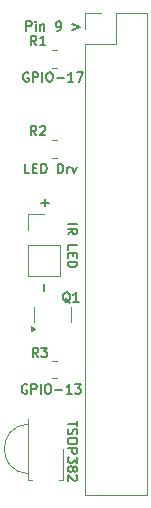
<source format=gbr>
%TF.GenerationSoftware,KiCad,Pcbnew,9.0.4*%
%TF.CreationDate,2025-10-17T20:59:14-05:00*%
%TF.ProjectId,raspi-ir,72617370-692d-4697-922e-6b696361645f,rev?*%
%TF.SameCoordinates,Original*%
%TF.FileFunction,Legend,Top*%
%TF.FilePolarity,Positive*%
%FSLAX46Y46*%
G04 Gerber Fmt 4.6, Leading zero omitted, Abs format (unit mm)*
G04 Created by KiCad (PCBNEW 9.0.4) date 2025-10-17 20:59:14*
%MOMM*%
%LPD*%
G01*
G04 APERTURE LIST*
%ADD10C,0.150000*%
%ADD11C,0.120000*%
G04 APERTURE END LIST*
D10*
X145304704Y-105965874D02*
X145304704Y-106423017D01*
X144504704Y-106194445D02*
X145304704Y-106194445D01*
X144542800Y-106651588D02*
X144504704Y-106765874D01*
X144504704Y-106765874D02*
X144504704Y-106956350D01*
X144504704Y-106956350D02*
X144542800Y-107032541D01*
X144542800Y-107032541D02*
X144580895Y-107070636D01*
X144580895Y-107070636D02*
X144657085Y-107108731D01*
X144657085Y-107108731D02*
X144733276Y-107108731D01*
X144733276Y-107108731D02*
X144809466Y-107070636D01*
X144809466Y-107070636D02*
X144847561Y-107032541D01*
X144847561Y-107032541D02*
X144885657Y-106956350D01*
X144885657Y-106956350D02*
X144923752Y-106803969D01*
X144923752Y-106803969D02*
X144961847Y-106727779D01*
X144961847Y-106727779D02*
X144999942Y-106689684D01*
X144999942Y-106689684D02*
X145076133Y-106651588D01*
X145076133Y-106651588D02*
X145152323Y-106651588D01*
X145152323Y-106651588D02*
X145228514Y-106689684D01*
X145228514Y-106689684D02*
X145266609Y-106727779D01*
X145266609Y-106727779D02*
X145304704Y-106803969D01*
X145304704Y-106803969D02*
X145304704Y-106994446D01*
X145304704Y-106994446D02*
X145266609Y-107108731D01*
X145304704Y-107603970D02*
X145304704Y-107756351D01*
X145304704Y-107756351D02*
X145266609Y-107832541D01*
X145266609Y-107832541D02*
X145190419Y-107908732D01*
X145190419Y-107908732D02*
X145038038Y-107946827D01*
X145038038Y-107946827D02*
X144771371Y-107946827D01*
X144771371Y-107946827D02*
X144618990Y-107908732D01*
X144618990Y-107908732D02*
X144542800Y-107832541D01*
X144542800Y-107832541D02*
X144504704Y-107756351D01*
X144504704Y-107756351D02*
X144504704Y-107603970D01*
X144504704Y-107603970D02*
X144542800Y-107527779D01*
X144542800Y-107527779D02*
X144618990Y-107451589D01*
X144618990Y-107451589D02*
X144771371Y-107413493D01*
X144771371Y-107413493D02*
X145038038Y-107413493D01*
X145038038Y-107413493D02*
X145190419Y-107451589D01*
X145190419Y-107451589D02*
X145266609Y-107527779D01*
X145266609Y-107527779D02*
X145304704Y-107603970D01*
X144504704Y-108289684D02*
X145304704Y-108289684D01*
X145304704Y-108289684D02*
X145304704Y-108594446D01*
X145304704Y-108594446D02*
X145266609Y-108670636D01*
X145266609Y-108670636D02*
X145228514Y-108708731D01*
X145228514Y-108708731D02*
X145152323Y-108746827D01*
X145152323Y-108746827D02*
X145038038Y-108746827D01*
X145038038Y-108746827D02*
X144961847Y-108708731D01*
X144961847Y-108708731D02*
X144923752Y-108670636D01*
X144923752Y-108670636D02*
X144885657Y-108594446D01*
X144885657Y-108594446D02*
X144885657Y-108289684D01*
X145304704Y-109013493D02*
X145304704Y-109508731D01*
X145304704Y-109508731D02*
X144999942Y-109242065D01*
X144999942Y-109242065D02*
X144999942Y-109356350D01*
X144999942Y-109356350D02*
X144961847Y-109432541D01*
X144961847Y-109432541D02*
X144923752Y-109470636D01*
X144923752Y-109470636D02*
X144847561Y-109508731D01*
X144847561Y-109508731D02*
X144657085Y-109508731D01*
X144657085Y-109508731D02*
X144580895Y-109470636D01*
X144580895Y-109470636D02*
X144542800Y-109432541D01*
X144542800Y-109432541D02*
X144504704Y-109356350D01*
X144504704Y-109356350D02*
X144504704Y-109127779D01*
X144504704Y-109127779D02*
X144542800Y-109051588D01*
X144542800Y-109051588D02*
X144580895Y-109013493D01*
X144961847Y-109965874D02*
X144999942Y-109889684D01*
X144999942Y-109889684D02*
X145038038Y-109851589D01*
X145038038Y-109851589D02*
X145114228Y-109813493D01*
X145114228Y-109813493D02*
X145152323Y-109813493D01*
X145152323Y-109813493D02*
X145228514Y-109851589D01*
X145228514Y-109851589D02*
X145266609Y-109889684D01*
X145266609Y-109889684D02*
X145304704Y-109965874D01*
X145304704Y-109965874D02*
X145304704Y-110118255D01*
X145304704Y-110118255D02*
X145266609Y-110194446D01*
X145266609Y-110194446D02*
X145228514Y-110232541D01*
X145228514Y-110232541D02*
X145152323Y-110270636D01*
X145152323Y-110270636D02*
X145114228Y-110270636D01*
X145114228Y-110270636D02*
X145038038Y-110232541D01*
X145038038Y-110232541D02*
X144999942Y-110194446D01*
X144999942Y-110194446D02*
X144961847Y-110118255D01*
X144961847Y-110118255D02*
X144961847Y-109965874D01*
X144961847Y-109965874D02*
X144923752Y-109889684D01*
X144923752Y-109889684D02*
X144885657Y-109851589D01*
X144885657Y-109851589D02*
X144809466Y-109813493D01*
X144809466Y-109813493D02*
X144657085Y-109813493D01*
X144657085Y-109813493D02*
X144580895Y-109851589D01*
X144580895Y-109851589D02*
X144542800Y-109889684D01*
X144542800Y-109889684D02*
X144504704Y-109965874D01*
X144504704Y-109965874D02*
X144504704Y-110118255D01*
X144504704Y-110118255D02*
X144542800Y-110194446D01*
X144542800Y-110194446D02*
X144580895Y-110232541D01*
X144580895Y-110232541D02*
X144657085Y-110270636D01*
X144657085Y-110270636D02*
X144809466Y-110270636D01*
X144809466Y-110270636D02*
X144885657Y-110232541D01*
X144885657Y-110232541D02*
X144923752Y-110194446D01*
X144923752Y-110194446D02*
X144961847Y-110118255D01*
X145228514Y-110575398D02*
X145266609Y-110613494D01*
X145266609Y-110613494D02*
X145304704Y-110689684D01*
X145304704Y-110689684D02*
X145304704Y-110880160D01*
X145304704Y-110880160D02*
X145266609Y-110956351D01*
X145266609Y-110956351D02*
X145228514Y-110994446D01*
X145228514Y-110994446D02*
X145152323Y-111032541D01*
X145152323Y-111032541D02*
X145076133Y-111032541D01*
X145076133Y-111032541D02*
X144961847Y-110994446D01*
X144961847Y-110994446D02*
X144504704Y-110537303D01*
X144504704Y-110537303D02*
X144504704Y-111032541D01*
X141043207Y-102891390D02*
X140967017Y-102853295D01*
X140967017Y-102853295D02*
X140852731Y-102853295D01*
X140852731Y-102853295D02*
X140738445Y-102891390D01*
X140738445Y-102891390D02*
X140662255Y-102967580D01*
X140662255Y-102967580D02*
X140624160Y-103043771D01*
X140624160Y-103043771D02*
X140586064Y-103196152D01*
X140586064Y-103196152D02*
X140586064Y-103310438D01*
X140586064Y-103310438D02*
X140624160Y-103462819D01*
X140624160Y-103462819D02*
X140662255Y-103539009D01*
X140662255Y-103539009D02*
X140738445Y-103615200D01*
X140738445Y-103615200D02*
X140852731Y-103653295D01*
X140852731Y-103653295D02*
X140928922Y-103653295D01*
X140928922Y-103653295D02*
X141043207Y-103615200D01*
X141043207Y-103615200D02*
X141081303Y-103577104D01*
X141081303Y-103577104D02*
X141081303Y-103310438D01*
X141081303Y-103310438D02*
X140928922Y-103310438D01*
X141424160Y-103653295D02*
X141424160Y-102853295D01*
X141424160Y-102853295D02*
X141728922Y-102853295D01*
X141728922Y-102853295D02*
X141805112Y-102891390D01*
X141805112Y-102891390D02*
X141843207Y-102929485D01*
X141843207Y-102929485D02*
X141881303Y-103005676D01*
X141881303Y-103005676D02*
X141881303Y-103119961D01*
X141881303Y-103119961D02*
X141843207Y-103196152D01*
X141843207Y-103196152D02*
X141805112Y-103234247D01*
X141805112Y-103234247D02*
X141728922Y-103272342D01*
X141728922Y-103272342D02*
X141424160Y-103272342D01*
X142224160Y-103653295D02*
X142224160Y-102853295D01*
X142757493Y-102853295D02*
X142909874Y-102853295D01*
X142909874Y-102853295D02*
X142986064Y-102891390D01*
X142986064Y-102891390D02*
X143062255Y-102967580D01*
X143062255Y-102967580D02*
X143100350Y-103119961D01*
X143100350Y-103119961D02*
X143100350Y-103386628D01*
X143100350Y-103386628D02*
X143062255Y-103539009D01*
X143062255Y-103539009D02*
X142986064Y-103615200D01*
X142986064Y-103615200D02*
X142909874Y-103653295D01*
X142909874Y-103653295D02*
X142757493Y-103653295D01*
X142757493Y-103653295D02*
X142681302Y-103615200D01*
X142681302Y-103615200D02*
X142605112Y-103539009D01*
X142605112Y-103539009D02*
X142567016Y-103386628D01*
X142567016Y-103386628D02*
X142567016Y-103119961D01*
X142567016Y-103119961D02*
X142605112Y-102967580D01*
X142605112Y-102967580D02*
X142681302Y-102891390D01*
X142681302Y-102891390D02*
X142757493Y-102853295D01*
X143443207Y-103348533D02*
X144052731Y-103348533D01*
X144852730Y-103653295D02*
X144395587Y-103653295D01*
X144624159Y-103653295D02*
X144624159Y-102853295D01*
X144624159Y-102853295D02*
X144547968Y-102967580D01*
X144547968Y-102967580D02*
X144471778Y-103043771D01*
X144471778Y-103043771D02*
X144395587Y-103081866D01*
X145119397Y-102853295D02*
X145614635Y-102853295D01*
X145614635Y-102853295D02*
X145347969Y-103158057D01*
X145347969Y-103158057D02*
X145462254Y-103158057D01*
X145462254Y-103158057D02*
X145538445Y-103196152D01*
X145538445Y-103196152D02*
X145576540Y-103234247D01*
X145576540Y-103234247D02*
X145614635Y-103310438D01*
X145614635Y-103310438D02*
X145614635Y-103500914D01*
X145614635Y-103500914D02*
X145576540Y-103577104D01*
X145576540Y-103577104D02*
X145538445Y-103615200D01*
X145538445Y-103615200D02*
X145462254Y-103653295D01*
X145462254Y-103653295D02*
X145233683Y-103653295D01*
X145233683Y-103653295D02*
X145157492Y-103615200D01*
X145157492Y-103615200D02*
X145119397Y-103577104D01*
X142464533Y-94960839D02*
X142464533Y-94351316D01*
X142275160Y-87473533D02*
X142884684Y-87473533D01*
X142579922Y-87778295D02*
X142579922Y-87168771D01*
X144504704Y-89316160D02*
X145304704Y-89316160D01*
X144504704Y-90154255D02*
X144885657Y-89887588D01*
X144504704Y-89697112D02*
X145304704Y-89697112D01*
X145304704Y-89697112D02*
X145304704Y-90001874D01*
X145304704Y-90001874D02*
X145266609Y-90078064D01*
X145266609Y-90078064D02*
X145228514Y-90116159D01*
X145228514Y-90116159D02*
X145152323Y-90154255D01*
X145152323Y-90154255D02*
X145038038Y-90154255D01*
X145038038Y-90154255D02*
X144961847Y-90116159D01*
X144961847Y-90116159D02*
X144923752Y-90078064D01*
X144923752Y-90078064D02*
X144885657Y-90001874D01*
X144885657Y-90001874D02*
X144885657Y-89697112D01*
X144504704Y-91487588D02*
X144504704Y-91106636D01*
X144504704Y-91106636D02*
X145304704Y-91106636D01*
X144923752Y-91754255D02*
X144923752Y-92020921D01*
X144504704Y-92135207D02*
X144504704Y-91754255D01*
X144504704Y-91754255D02*
X145304704Y-91754255D01*
X145304704Y-91754255D02*
X145304704Y-92135207D01*
X144504704Y-92478065D02*
X145304704Y-92478065D01*
X145304704Y-92478065D02*
X145304704Y-92668541D01*
X145304704Y-92668541D02*
X145266609Y-92782827D01*
X145266609Y-92782827D02*
X145190419Y-92859017D01*
X145190419Y-92859017D02*
X145114228Y-92897112D01*
X145114228Y-92897112D02*
X144961847Y-92935208D01*
X144961847Y-92935208D02*
X144847561Y-92935208D01*
X144847561Y-92935208D02*
X144695180Y-92897112D01*
X144695180Y-92897112D02*
X144618990Y-92859017D01*
X144618990Y-92859017D02*
X144542800Y-92782827D01*
X144542800Y-92782827D02*
X144504704Y-92668541D01*
X144504704Y-92668541D02*
X144504704Y-92478065D01*
X141259112Y-84984295D02*
X140878160Y-84984295D01*
X140878160Y-84984295D02*
X140878160Y-84184295D01*
X141525779Y-84565247D02*
X141792445Y-84565247D01*
X141906731Y-84984295D02*
X141525779Y-84984295D01*
X141525779Y-84984295D02*
X141525779Y-84184295D01*
X141525779Y-84184295D02*
X141906731Y-84184295D01*
X142249589Y-84984295D02*
X142249589Y-84184295D01*
X142249589Y-84184295D02*
X142440065Y-84184295D01*
X142440065Y-84184295D02*
X142554351Y-84222390D01*
X142554351Y-84222390D02*
X142630541Y-84298580D01*
X142630541Y-84298580D02*
X142668636Y-84374771D01*
X142668636Y-84374771D02*
X142706732Y-84527152D01*
X142706732Y-84527152D02*
X142706732Y-84641438D01*
X142706732Y-84641438D02*
X142668636Y-84793819D01*
X142668636Y-84793819D02*
X142630541Y-84870009D01*
X142630541Y-84870009D02*
X142554351Y-84946200D01*
X142554351Y-84946200D02*
X142440065Y-84984295D01*
X142440065Y-84984295D02*
X142249589Y-84984295D01*
X143659113Y-84984295D02*
X143659113Y-84184295D01*
X143659113Y-84184295D02*
X143849589Y-84184295D01*
X143849589Y-84184295D02*
X143963875Y-84222390D01*
X143963875Y-84222390D02*
X144040065Y-84298580D01*
X144040065Y-84298580D02*
X144078160Y-84374771D01*
X144078160Y-84374771D02*
X144116256Y-84527152D01*
X144116256Y-84527152D02*
X144116256Y-84641438D01*
X144116256Y-84641438D02*
X144078160Y-84793819D01*
X144078160Y-84793819D02*
X144040065Y-84870009D01*
X144040065Y-84870009D02*
X143963875Y-84946200D01*
X143963875Y-84946200D02*
X143849589Y-84984295D01*
X143849589Y-84984295D02*
X143659113Y-84984295D01*
X144459113Y-84984295D02*
X144459113Y-84450961D01*
X144459113Y-84603342D02*
X144497208Y-84527152D01*
X144497208Y-84527152D02*
X144535303Y-84489057D01*
X144535303Y-84489057D02*
X144611494Y-84450961D01*
X144611494Y-84450961D02*
X144687684Y-84450961D01*
X144878160Y-84450961D02*
X145068636Y-84984295D01*
X145068636Y-84984295D02*
X145259113Y-84450961D01*
X141170207Y-76475390D02*
X141094017Y-76437295D01*
X141094017Y-76437295D02*
X140979731Y-76437295D01*
X140979731Y-76437295D02*
X140865445Y-76475390D01*
X140865445Y-76475390D02*
X140789255Y-76551580D01*
X140789255Y-76551580D02*
X140751160Y-76627771D01*
X140751160Y-76627771D02*
X140713064Y-76780152D01*
X140713064Y-76780152D02*
X140713064Y-76894438D01*
X140713064Y-76894438D02*
X140751160Y-77046819D01*
X140751160Y-77046819D02*
X140789255Y-77123009D01*
X140789255Y-77123009D02*
X140865445Y-77199200D01*
X140865445Y-77199200D02*
X140979731Y-77237295D01*
X140979731Y-77237295D02*
X141055922Y-77237295D01*
X141055922Y-77237295D02*
X141170207Y-77199200D01*
X141170207Y-77199200D02*
X141208303Y-77161104D01*
X141208303Y-77161104D02*
X141208303Y-76894438D01*
X141208303Y-76894438D02*
X141055922Y-76894438D01*
X141551160Y-77237295D02*
X141551160Y-76437295D01*
X141551160Y-76437295D02*
X141855922Y-76437295D01*
X141855922Y-76437295D02*
X141932112Y-76475390D01*
X141932112Y-76475390D02*
X141970207Y-76513485D01*
X141970207Y-76513485D02*
X142008303Y-76589676D01*
X142008303Y-76589676D02*
X142008303Y-76703961D01*
X142008303Y-76703961D02*
X141970207Y-76780152D01*
X141970207Y-76780152D02*
X141932112Y-76818247D01*
X141932112Y-76818247D02*
X141855922Y-76856342D01*
X141855922Y-76856342D02*
X141551160Y-76856342D01*
X142351160Y-77237295D02*
X142351160Y-76437295D01*
X142884493Y-76437295D02*
X143036874Y-76437295D01*
X143036874Y-76437295D02*
X143113064Y-76475390D01*
X143113064Y-76475390D02*
X143189255Y-76551580D01*
X143189255Y-76551580D02*
X143227350Y-76703961D01*
X143227350Y-76703961D02*
X143227350Y-76970628D01*
X143227350Y-76970628D02*
X143189255Y-77123009D01*
X143189255Y-77123009D02*
X143113064Y-77199200D01*
X143113064Y-77199200D02*
X143036874Y-77237295D01*
X143036874Y-77237295D02*
X142884493Y-77237295D01*
X142884493Y-77237295D02*
X142808302Y-77199200D01*
X142808302Y-77199200D02*
X142732112Y-77123009D01*
X142732112Y-77123009D02*
X142694016Y-76970628D01*
X142694016Y-76970628D02*
X142694016Y-76703961D01*
X142694016Y-76703961D02*
X142732112Y-76551580D01*
X142732112Y-76551580D02*
X142808302Y-76475390D01*
X142808302Y-76475390D02*
X142884493Y-76437295D01*
X143570207Y-76932533D02*
X144179731Y-76932533D01*
X144979730Y-77237295D02*
X144522587Y-77237295D01*
X144751159Y-77237295D02*
X144751159Y-76437295D01*
X144751159Y-76437295D02*
X144674968Y-76551580D01*
X144674968Y-76551580D02*
X144598778Y-76627771D01*
X144598778Y-76627771D02*
X144522587Y-76665866D01*
X145246397Y-76437295D02*
X145779731Y-76437295D01*
X145779731Y-76437295D02*
X145436873Y-77237295D01*
X141005160Y-72919295D02*
X141005160Y-72119295D01*
X141005160Y-72119295D02*
X141309922Y-72119295D01*
X141309922Y-72119295D02*
X141386112Y-72157390D01*
X141386112Y-72157390D02*
X141424207Y-72195485D01*
X141424207Y-72195485D02*
X141462303Y-72271676D01*
X141462303Y-72271676D02*
X141462303Y-72385961D01*
X141462303Y-72385961D02*
X141424207Y-72462152D01*
X141424207Y-72462152D02*
X141386112Y-72500247D01*
X141386112Y-72500247D02*
X141309922Y-72538342D01*
X141309922Y-72538342D02*
X141005160Y-72538342D01*
X141805160Y-72919295D02*
X141805160Y-72385961D01*
X141805160Y-72119295D02*
X141767064Y-72157390D01*
X141767064Y-72157390D02*
X141805160Y-72195485D01*
X141805160Y-72195485D02*
X141843255Y-72157390D01*
X141843255Y-72157390D02*
X141805160Y-72119295D01*
X141805160Y-72119295D02*
X141805160Y-72195485D01*
X142186112Y-72385961D02*
X142186112Y-72919295D01*
X142186112Y-72462152D02*
X142224207Y-72424057D01*
X142224207Y-72424057D02*
X142300397Y-72385961D01*
X142300397Y-72385961D02*
X142414683Y-72385961D01*
X142414683Y-72385961D02*
X142490874Y-72424057D01*
X142490874Y-72424057D02*
X142528969Y-72500247D01*
X142528969Y-72500247D02*
X142528969Y-72919295D01*
X143557541Y-72919295D02*
X143709922Y-72919295D01*
X143709922Y-72919295D02*
X143786112Y-72881200D01*
X143786112Y-72881200D02*
X143824208Y-72843104D01*
X143824208Y-72843104D02*
X143900398Y-72728819D01*
X143900398Y-72728819D02*
X143938493Y-72576438D01*
X143938493Y-72576438D02*
X143938493Y-72271676D01*
X143938493Y-72271676D02*
X143900398Y-72195485D01*
X143900398Y-72195485D02*
X143862303Y-72157390D01*
X143862303Y-72157390D02*
X143786112Y-72119295D01*
X143786112Y-72119295D02*
X143633731Y-72119295D01*
X143633731Y-72119295D02*
X143557541Y-72157390D01*
X143557541Y-72157390D02*
X143519446Y-72195485D01*
X143519446Y-72195485D02*
X143481350Y-72271676D01*
X143481350Y-72271676D02*
X143481350Y-72462152D01*
X143481350Y-72462152D02*
X143519446Y-72538342D01*
X143519446Y-72538342D02*
X143557541Y-72576438D01*
X143557541Y-72576438D02*
X143633731Y-72614533D01*
X143633731Y-72614533D02*
X143786112Y-72614533D01*
X143786112Y-72614533D02*
X143862303Y-72576438D01*
X143862303Y-72576438D02*
X143900398Y-72538342D01*
X143900398Y-72538342D02*
X143938493Y-72462152D01*
X144890875Y-72385961D02*
X145500399Y-72614533D01*
X145500399Y-72614533D02*
X144890875Y-72843104D01*
X141979667Y-100565295D02*
X141713000Y-100184342D01*
X141522524Y-100565295D02*
X141522524Y-99765295D01*
X141522524Y-99765295D02*
X141827286Y-99765295D01*
X141827286Y-99765295D02*
X141903476Y-99803390D01*
X141903476Y-99803390D02*
X141941571Y-99841485D01*
X141941571Y-99841485D02*
X141979667Y-99917676D01*
X141979667Y-99917676D02*
X141979667Y-100031961D01*
X141979667Y-100031961D02*
X141941571Y-100108152D01*
X141941571Y-100108152D02*
X141903476Y-100146247D01*
X141903476Y-100146247D02*
X141827286Y-100184342D01*
X141827286Y-100184342D02*
X141522524Y-100184342D01*
X142246333Y-99765295D02*
X142741571Y-99765295D01*
X142741571Y-99765295D02*
X142474905Y-100070057D01*
X142474905Y-100070057D02*
X142589190Y-100070057D01*
X142589190Y-100070057D02*
X142665381Y-100108152D01*
X142665381Y-100108152D02*
X142703476Y-100146247D01*
X142703476Y-100146247D02*
X142741571Y-100222438D01*
X142741571Y-100222438D02*
X142741571Y-100412914D01*
X142741571Y-100412914D02*
X142703476Y-100489104D01*
X142703476Y-100489104D02*
X142665381Y-100527200D01*
X142665381Y-100527200D02*
X142589190Y-100565295D01*
X142589190Y-100565295D02*
X142360619Y-100565295D01*
X142360619Y-100565295D02*
X142284428Y-100527200D01*
X142284428Y-100527200D02*
X142246333Y-100489104D01*
X141852667Y-81769295D02*
X141586000Y-81388342D01*
X141395524Y-81769295D02*
X141395524Y-80969295D01*
X141395524Y-80969295D02*
X141700286Y-80969295D01*
X141700286Y-80969295D02*
X141776476Y-81007390D01*
X141776476Y-81007390D02*
X141814571Y-81045485D01*
X141814571Y-81045485D02*
X141852667Y-81121676D01*
X141852667Y-81121676D02*
X141852667Y-81235961D01*
X141852667Y-81235961D02*
X141814571Y-81312152D01*
X141814571Y-81312152D02*
X141776476Y-81350247D01*
X141776476Y-81350247D02*
X141700286Y-81388342D01*
X141700286Y-81388342D02*
X141395524Y-81388342D01*
X142157428Y-81045485D02*
X142195524Y-81007390D01*
X142195524Y-81007390D02*
X142271714Y-80969295D01*
X142271714Y-80969295D02*
X142462190Y-80969295D01*
X142462190Y-80969295D02*
X142538381Y-81007390D01*
X142538381Y-81007390D02*
X142576476Y-81045485D01*
X142576476Y-81045485D02*
X142614571Y-81121676D01*
X142614571Y-81121676D02*
X142614571Y-81197866D01*
X142614571Y-81197866D02*
X142576476Y-81312152D01*
X142576476Y-81312152D02*
X142119333Y-81769295D01*
X142119333Y-81769295D02*
X142614571Y-81769295D01*
X141852667Y-74149295D02*
X141586000Y-73768342D01*
X141395524Y-74149295D02*
X141395524Y-73349295D01*
X141395524Y-73349295D02*
X141700286Y-73349295D01*
X141700286Y-73349295D02*
X141776476Y-73387390D01*
X141776476Y-73387390D02*
X141814571Y-73425485D01*
X141814571Y-73425485D02*
X141852667Y-73501676D01*
X141852667Y-73501676D02*
X141852667Y-73615961D01*
X141852667Y-73615961D02*
X141814571Y-73692152D01*
X141814571Y-73692152D02*
X141776476Y-73730247D01*
X141776476Y-73730247D02*
X141700286Y-73768342D01*
X141700286Y-73768342D02*
X141395524Y-73768342D01*
X142614571Y-74149295D02*
X142157428Y-74149295D01*
X142386000Y-74149295D02*
X142386000Y-73349295D01*
X142386000Y-73349295D02*
X142309809Y-73463580D01*
X142309809Y-73463580D02*
X142233619Y-73539771D01*
X142233619Y-73539771D02*
X142157428Y-73577866D01*
X144703809Y-95942485D02*
X144627619Y-95904390D01*
X144627619Y-95904390D02*
X144551428Y-95828200D01*
X144551428Y-95828200D02*
X144437142Y-95713914D01*
X144437142Y-95713914D02*
X144360952Y-95675819D01*
X144360952Y-95675819D02*
X144284761Y-95675819D01*
X144322857Y-95866295D02*
X144246666Y-95828200D01*
X144246666Y-95828200D02*
X144170476Y-95752009D01*
X144170476Y-95752009D02*
X144132380Y-95599628D01*
X144132380Y-95599628D02*
X144132380Y-95332961D01*
X144132380Y-95332961D02*
X144170476Y-95180580D01*
X144170476Y-95180580D02*
X144246666Y-95104390D01*
X144246666Y-95104390D02*
X144322857Y-95066295D01*
X144322857Y-95066295D02*
X144475238Y-95066295D01*
X144475238Y-95066295D02*
X144551428Y-95104390D01*
X144551428Y-95104390D02*
X144627619Y-95180580D01*
X144627619Y-95180580D02*
X144665714Y-95332961D01*
X144665714Y-95332961D02*
X144665714Y-95599628D01*
X144665714Y-95599628D02*
X144627619Y-95752009D01*
X144627619Y-95752009D02*
X144551428Y-95828200D01*
X144551428Y-95828200D02*
X144475238Y-95866295D01*
X144475238Y-95866295D02*
X144322857Y-95866295D01*
X145427618Y-95866295D02*
X144970475Y-95866295D01*
X145199047Y-95866295D02*
X145199047Y-95066295D01*
X145199047Y-95066295D02*
X145122856Y-95180580D01*
X145122856Y-95180580D02*
X145046666Y-95256771D01*
X145046666Y-95256771D02*
X144970475Y-95294866D01*
D11*
%TO.C,U1*%
X144140000Y-110931000D02*
X144140000Y-108331000D01*
X143790000Y-110931000D02*
X144140000Y-110931000D01*
X141470000Y-110931000D02*
X141130000Y-110931000D01*
X141130000Y-110931000D02*
X141130000Y-105841000D01*
X141130000Y-110431000D02*
G75*
G02*
X141128264Y-106231083I100000J2100000D01*
G01*
%TO.C,R3*%
X143155936Y-100865000D02*
X143610064Y-100865000D01*
X143155936Y-102335000D02*
X143610064Y-102335000D01*
%TO.C,R2*%
X143610064Y-83666000D02*
X143155936Y-83666000D01*
X143610064Y-82196000D02*
X143155936Y-82196000D01*
%TO.C,R1*%
X143132436Y-74576000D02*
X143586564Y-74576000D01*
X143132436Y-76046000D02*
X143586564Y-76046000D01*
%TO.C,Q1*%
X141635000Y-96979500D02*
X141635000Y-97629500D01*
X141635000Y-96979500D02*
X141635000Y-96329500D01*
X144755000Y-96979500D02*
X144755000Y-97629500D01*
X144755000Y-96979500D02*
X144755000Y-96329500D01*
X141685000Y-98142000D02*
X141355000Y-98382000D01*
X141355000Y-97902000D01*
X141685000Y-98142000D01*
G36*
X141685000Y-98142000D02*
G01*
X141355000Y-98382000D01*
X141355000Y-97902000D01*
X141685000Y-98142000D01*
G37*
%TO.C,J2*%
X141114000Y-88404000D02*
X142494000Y-88404000D01*
X141114000Y-89784000D02*
X141114000Y-88404000D01*
X141114000Y-91054000D02*
X141114000Y-93704000D01*
X141114000Y-91054000D02*
X143874000Y-91054000D01*
X141114000Y-93704000D02*
X143874000Y-93704000D01*
X143874000Y-91054000D02*
X143874000Y-93704000D01*
%TO.C,J1*%
X145940000Y-71391000D02*
X147320000Y-71391000D01*
X145940000Y-72771000D02*
X145940000Y-71391000D01*
X145940000Y-74041000D02*
X145940000Y-112251000D01*
X145940000Y-74041000D02*
X148590000Y-74041000D01*
X145940000Y-112251000D02*
X151240000Y-112251000D01*
X148590000Y-71391000D02*
X151240000Y-71391000D01*
X148590000Y-74041000D02*
X148590000Y-71391000D01*
X151240000Y-71391000D02*
X151240000Y-112251000D01*
%TD*%
M02*

</source>
